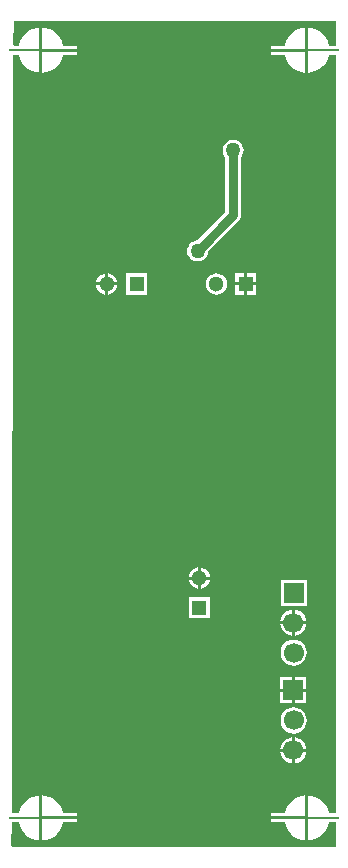
<source format=gbl>
G04*
G04 #@! TF.GenerationSoftware,Altium Limited,Altium Designer,19.0.15 (446)*
G04*
G04 Layer_Physical_Order=2*
G04 Layer_Color=16711680*
%FSLAX25Y25*%
%MOIN*%
G70*
G01*
G75*
%ADD25R,0.19685X0.05512*%
%ADD57C,0.03150*%
%ADD63R,0.21800X0.01000*%
%ADD64R,0.05118X0.05118*%
%ADD65C,0.05118*%
%ADD66R,0.06693X0.06693*%
%ADD67C,0.06693*%
%ADD68R,0.05118X0.05118*%
%ADD69C,0.02362*%
%ADD70C,0.05000*%
G36*
X344488Y473941D02*
X342024D01*
X341605Y475323D01*
X340909Y476626D01*
X339972Y477767D01*
X338830Y478704D01*
X337528Y479400D01*
X336115Y479829D01*
X335146Y479924D01*
Y472441D01*
Y464958D01*
X336115Y465053D01*
X337528Y465482D01*
X338830Y466178D01*
X339972Y467115D01*
X340909Y468256D01*
X341605Y469558D01*
X342024Y470941D01*
X344488D01*
Y218035D01*
X342024D01*
X341605Y219418D01*
X340909Y220720D01*
X339972Y221862D01*
X338830Y222798D01*
X337528Y223494D01*
X336115Y223923D01*
X335146Y224019D01*
Y216535D01*
Y209052D01*
X336115Y209148D01*
X337528Y209577D01*
X338830Y210273D01*
X339972Y211209D01*
X340909Y212351D01*
X341605Y213653D01*
X342024Y215035D01*
X344488D01*
Y206693D01*
X236575D01*
X236221Y207047D01*
X236241Y215035D01*
X238685D01*
X239104Y213653D01*
X239800Y212351D01*
X240737Y211209D01*
X241878Y210273D01*
X243180Y209577D01*
X244594Y209148D01*
X245563Y209052D01*
Y216535D01*
Y224019D01*
X244594Y223923D01*
X243180Y223494D01*
X241878Y222798D01*
X240737Y221862D01*
X239800Y220720D01*
X239104Y219418D01*
X238685Y218035D01*
X236603D01*
X236249Y218389D01*
X236877Y470941D01*
X238685D01*
X239104Y469558D01*
X239800Y468256D01*
X240737Y467115D01*
X241878Y466178D01*
X243180Y465482D01*
X244594Y465053D01*
X245563Y464958D01*
Y472441D01*
Y479924D01*
X244594Y479829D01*
X243180Y479400D01*
X241878Y478704D01*
X240737Y477767D01*
X239800Y476626D01*
X239104Y475323D01*
X238685Y473941D01*
X237239D01*
X236886Y474295D01*
X236906Y482283D01*
X344488D01*
Y473941D01*
D02*
G37*
%LPC*%
G36*
X334146Y479924D02*
X333176Y479829D01*
X331763Y479400D01*
X330461Y478704D01*
X329320Y477767D01*
X328383Y476626D01*
X327687Y475323D01*
X327267Y473941D01*
X322746D01*
Y472941D01*
X334146D01*
Y479924D01*
D02*
G37*
G36*
X246563D02*
Y472941D01*
X257963D01*
Y473941D01*
X253441D01*
X253022Y475323D01*
X252326Y476626D01*
X251389Y477767D01*
X250248Y478704D01*
X248945Y479400D01*
X247533Y479829D01*
X246563Y479924D01*
D02*
G37*
G36*
X334146Y471941D02*
X322746D01*
Y470941D01*
X327267D01*
X327687Y469558D01*
X328383Y468256D01*
X329320Y467115D01*
X330461Y466178D01*
X331763Y465482D01*
X333176Y465053D01*
X334146Y464958D01*
Y471941D01*
D02*
G37*
G36*
X257963D02*
X246563D01*
Y464958D01*
X247533Y465053D01*
X248945Y465482D01*
X250248Y466178D01*
X251389Y467115D01*
X252326Y468256D01*
X253022Y469558D01*
X253441Y470941D01*
X257963D01*
Y471941D01*
D02*
G37*
G36*
X310118Y442541D02*
X309204Y442420D01*
X308353Y442068D01*
X307622Y441507D01*
X307061Y440775D01*
X306708Y439924D01*
X306588Y439010D01*
X306708Y438097D01*
X307061Y437245D01*
X307521Y436646D01*
Y418477D01*
X298054Y409010D01*
X297386Y408922D01*
X296534Y408569D01*
X295803Y408008D01*
X295242Y407277D01*
X294889Y406426D01*
X294769Y405512D01*
X294889Y404598D01*
X295242Y403747D01*
X295803Y403016D01*
X296534Y402455D01*
X297386Y402102D01*
X298299Y401982D01*
X299213Y402102D01*
X300064Y402455D01*
X300795Y403016D01*
X301356Y403747D01*
X301709Y404598D01*
X301818Y405429D01*
X311954Y415565D01*
X312367Y416103D01*
X312627Y416729D01*
X312715Y417402D01*
Y436646D01*
X313175Y437245D01*
X313528Y438097D01*
X313648Y439010D01*
X313528Y439924D01*
X313175Y440775D01*
X312614Y441507D01*
X311883Y442068D01*
X311032Y442420D01*
X310118Y442541D01*
D02*
G37*
G36*
X317824Y398047D02*
X314765D01*
Y394988D01*
X317824D01*
Y398047D01*
D02*
G37*
G36*
X313765D02*
X310706D01*
Y394988D01*
X313765D01*
Y398047D01*
D02*
G37*
G36*
X268506Y398012D02*
Y394988D01*
X271529D01*
X271473Y395417D01*
X271114Y396283D01*
X270544Y397026D01*
X269800Y397597D01*
X268935Y397956D01*
X268506Y398012D01*
D02*
G37*
G36*
X267506D02*
X267076Y397956D01*
X266211Y397597D01*
X265467Y397026D01*
X264897Y396283D01*
X264538Y395417D01*
X264482Y394988D01*
X267506D01*
Y398012D01*
D02*
G37*
G36*
X271529Y393988D02*
X268506D01*
Y390964D01*
X268935Y391021D01*
X269800Y391379D01*
X270544Y391950D01*
X271114Y392693D01*
X271473Y393559D01*
X271529Y393988D01*
D02*
G37*
G36*
X267506D02*
X264482D01*
X264538Y393559D01*
X264897Y392693D01*
X265467Y391950D01*
X266211Y391379D01*
X267076Y391021D01*
X267506Y390964D01*
Y393988D01*
D02*
G37*
G36*
X317824Y393988D02*
X314765D01*
Y390929D01*
X317824D01*
Y393988D01*
D02*
G37*
G36*
X313765D02*
X310706D01*
Y390929D01*
X313765D01*
Y393988D01*
D02*
G37*
G36*
X281512Y398047D02*
X274394D01*
Y390929D01*
X281512D01*
Y398047D01*
D02*
G37*
G36*
X304528Y398078D02*
X303598Y397956D01*
X302733Y397597D01*
X301989Y397026D01*
X301419Y396283D01*
X301060Y395417D01*
X300938Y394488D01*
X301060Y393559D01*
X301419Y392693D01*
X301989Y391950D01*
X302733Y391379D01*
X303598Y391021D01*
X304528Y390898D01*
X305457Y391021D01*
X306322Y391379D01*
X307066Y391950D01*
X307636Y392693D01*
X307995Y393559D01*
X308117Y394488D01*
X307995Y395417D01*
X307636Y396283D01*
X307066Y397026D01*
X306322Y397597D01*
X305457Y397956D01*
X304528Y398078D01*
D02*
G37*
G36*
X299319Y299981D02*
Y296957D01*
X302343D01*
X302286Y297386D01*
X301928Y298252D01*
X301357Y298995D01*
X300614Y299566D01*
X299748Y299924D01*
X299319Y299981D01*
D02*
G37*
G36*
X298319D02*
X297890Y299924D01*
X297024Y299566D01*
X296281Y298995D01*
X295710Y298252D01*
X295352Y297386D01*
X295295Y296957D01*
X298319D01*
Y299981D01*
D02*
G37*
G36*
X302343Y295957D02*
X299319D01*
Y292933D01*
X299748Y292989D01*
X300614Y293348D01*
X301357Y293918D01*
X301928Y294662D01*
X302286Y295528D01*
X302343Y295957D01*
D02*
G37*
G36*
X298319D02*
X295295D01*
X295352Y295528D01*
X295710Y294662D01*
X296281Y293918D01*
X297024Y293348D01*
X297890Y292989D01*
X298319Y292933D01*
Y295957D01*
D02*
G37*
G36*
X334664Y295882D02*
X325971D01*
Y287189D01*
X334664D01*
Y295882D01*
D02*
G37*
G36*
X302378Y290173D02*
X295260D01*
Y283055D01*
X302378D01*
Y290173D01*
D02*
G37*
G36*
X330713Y285854D02*
Y282035D01*
X334531D01*
X334447Y282670D01*
X334009Y283727D01*
X333313Y284635D01*
X332405Y285332D01*
X331347Y285770D01*
X330713Y285854D01*
D02*
G37*
G36*
X329713D02*
X329078Y285770D01*
X328021Y285332D01*
X327113Y284635D01*
X326416Y283727D01*
X325978Y282670D01*
X325894Y282035D01*
X329713D01*
Y285854D01*
D02*
G37*
G36*
X334531Y281035D02*
X330713D01*
Y277217D01*
X331347Y277301D01*
X332405Y277739D01*
X333313Y278435D01*
X334009Y279344D01*
X334447Y280401D01*
X334531Y281035D01*
D02*
G37*
G36*
X329713D02*
X325894D01*
X325978Y280401D01*
X326416Y279344D01*
X327113Y278435D01*
X328021Y277739D01*
X329078Y277301D01*
X329713Y277217D01*
Y281035D01*
D02*
G37*
G36*
X330317Y275919D02*
X329183Y275770D01*
X328125Y275332D01*
X327217Y274635D01*
X326521Y273727D01*
X326083Y272670D01*
X325933Y271535D01*
X326083Y270401D01*
X326521Y269343D01*
X327217Y268436D01*
X328125Y267739D01*
X329183Y267301D01*
X330317Y267151D01*
X331452Y267301D01*
X332509Y267739D01*
X333417Y268436D01*
X334114Y269343D01*
X334552Y270401D01*
X334701Y271535D01*
X334552Y272670D01*
X334114Y273727D01*
X333417Y274635D01*
X332509Y275332D01*
X331452Y275770D01*
X330317Y275919D01*
D02*
G37*
G36*
X334559Y263362D02*
X330713D01*
Y259516D01*
X334559D01*
Y263362D01*
D02*
G37*
G36*
X329713D02*
X325866D01*
Y259516D01*
X329713D01*
Y263362D01*
D02*
G37*
G36*
X334559Y258516D02*
X330713D01*
Y254669D01*
X334559D01*
Y258516D01*
D02*
G37*
G36*
X329713D02*
X325866D01*
Y254669D01*
X329713D01*
Y258516D01*
D02*
G37*
G36*
X330317Y253400D02*
X329183Y253250D01*
X328125Y252812D01*
X327217Y252116D01*
X326521Y251208D01*
X326083Y250150D01*
X325933Y249016D01*
X326083Y247881D01*
X326521Y246824D01*
X327217Y245916D01*
X328125Y245219D01*
X329183Y244781D01*
X330317Y244632D01*
X331452Y244781D01*
X332509Y245219D01*
X333417Y245916D01*
X334114Y246824D01*
X334552Y247881D01*
X334701Y249016D01*
X334552Y250150D01*
X334114Y251208D01*
X333417Y252116D01*
X332509Y252812D01*
X331452Y253250D01*
X330317Y253400D01*
D02*
G37*
G36*
X330713Y243334D02*
Y239516D01*
X334531D01*
X334447Y240150D01*
X334009Y241208D01*
X333313Y242116D01*
X332405Y242812D01*
X331347Y243250D01*
X330713Y243334D01*
D02*
G37*
G36*
X329713D02*
X329078Y243250D01*
X328021Y242812D01*
X327113Y242116D01*
X326416Y241208D01*
X325978Y240150D01*
X325894Y239516D01*
X329713D01*
Y243334D01*
D02*
G37*
G36*
Y238516D02*
X325894D01*
X325978Y237881D01*
X326416Y236824D01*
X327113Y235916D01*
X328021Y235219D01*
X329078Y234781D01*
X329713Y234698D01*
Y238516D01*
D02*
G37*
G36*
X334531D02*
X330713D01*
Y234698D01*
X331347Y234781D01*
X332405Y235219D01*
X333313Y235916D01*
X334009Y236824D01*
X334447Y237881D01*
X334531Y238516D01*
D02*
G37*
G36*
X334146Y224019D02*
X333176Y223923D01*
X331763Y223494D01*
X330461Y222798D01*
X329320Y221862D01*
X328383Y220720D01*
X327687Y219418D01*
X327267Y218035D01*
X322746D01*
Y217035D01*
X334146D01*
Y224019D01*
D02*
G37*
G36*
X246563D02*
Y217035D01*
X257963D01*
Y218035D01*
X253441D01*
X253022Y219418D01*
X252326Y220720D01*
X251389Y221862D01*
X250248Y222798D01*
X248945Y223494D01*
X247533Y223923D01*
X246563Y224019D01*
D02*
G37*
G36*
X334146Y216035D02*
X322746D01*
Y215035D01*
X327267D01*
X327687Y213653D01*
X328383Y212351D01*
X329320Y211209D01*
X330461Y210273D01*
X331763Y209577D01*
X333176Y209148D01*
X334146Y209052D01*
Y216035D01*
D02*
G37*
G36*
X257963D02*
X246563D01*
Y209052D01*
X247533Y209148D01*
X248945Y209577D01*
X250248Y210273D01*
X251389Y211209D01*
X252326Y212351D01*
X253022Y213653D01*
X253441Y215035D01*
X257963D01*
Y216035D01*
D02*
G37*
%LPD*%
D25*
X334357Y437992D02*
D03*
Y404528D02*
D03*
X246561D02*
D03*
Y437992D02*
D03*
D57*
X298299Y405512D02*
Y405583D01*
X310118Y417402D01*
Y439010D01*
D63*
X246063Y216535D02*
D03*
X334646D02*
D03*
Y472441D02*
D03*
X246063D02*
D03*
D64*
X277953Y394488D02*
D03*
X314265Y394488D02*
D03*
D65*
X268005Y394488D02*
D03*
X304528Y394488D02*
D03*
X298819Y296457D02*
D03*
D66*
X330317Y291535D02*
D03*
X330213Y259016D02*
D03*
D67*
X330213Y281535D02*
D03*
X330317Y271535D02*
D03*
X330317Y249016D02*
D03*
X330213Y239016D02*
D03*
D68*
X298819Y286614D02*
D03*
D69*
X256299Y369291D02*
D03*
X339370Y227953D02*
D03*
X323228Y227165D02*
D03*
X318110Y221260D02*
D03*
Y229528D02*
D03*
X294882Y261417D02*
D03*
X310952Y243701D02*
D03*
X296327Y254724D02*
D03*
X240551Y263386D02*
D03*
X246457Y259016D02*
D03*
X240551Y249035D02*
D03*
X241339Y228346D02*
D03*
X253937D02*
D03*
X277953Y228483D02*
D03*
X267323Y228346D02*
D03*
X273622Y268110D02*
D03*
X275984Y275984D02*
D03*
X270866D02*
D03*
X268898Y239626D02*
D03*
X271260Y238189D02*
D03*
Y241339D02*
D03*
X311417Y233858D02*
D03*
X307500D02*
D03*
X301575Y233465D02*
D03*
X297244D02*
D03*
X291339D02*
D03*
X287402D02*
D03*
X341732Y311417D02*
D03*
Y307480D02*
D03*
Y314173D02*
D03*
X291339Y275591D02*
D03*
X295276Y267717D02*
D03*
X338583Y385827D02*
D03*
X334646Y456693D02*
D03*
Y393701D02*
D03*
X330709Y385827D02*
D03*
X334646Y377953D02*
D03*
X322835Y464567D02*
D03*
X326772Y456693D02*
D03*
X322835Y448819D02*
D03*
Y385827D02*
D03*
X326772Y377953D02*
D03*
X322835Y370079D02*
D03*
X326772Y362205D02*
D03*
X322835Y307087D02*
D03*
X314961Y464567D02*
D03*
X318898Y456693D02*
D03*
X314961Y448819D02*
D03*
X318898Y377953D02*
D03*
X314961Y370079D02*
D03*
X318898Y362205D02*
D03*
X314961Y244095D02*
D03*
X311024Y472441D02*
D03*
X307087Y464567D02*
D03*
X311024Y456693D02*
D03*
Y283465D02*
D03*
Y251969D02*
D03*
X303150Y472441D02*
D03*
X299213Y464567D02*
D03*
X303150Y456693D02*
D03*
X299213Y354331D02*
D03*
X303150Y346457D02*
D03*
X295276Y472441D02*
D03*
X291339Y464567D02*
D03*
X295276Y456693D02*
D03*
X291339Y370079D02*
D03*
X295276Y362205D02*
D03*
X291339Y354331D02*
D03*
X295276Y346457D02*
D03*
X291339Y307087D02*
D03*
Y212598D02*
D03*
X287402Y472441D02*
D03*
X283465Y464567D02*
D03*
X287402Y456693D02*
D03*
X283465Y370079D02*
D03*
X287402Y362205D02*
D03*
X283465Y354331D02*
D03*
X287402Y346457D02*
D03*
X283465Y291339D02*
D03*
X287402Y220473D02*
D03*
X283465Y212598D02*
D03*
X279528Y472441D02*
D03*
X275591Y464567D02*
D03*
X279528Y456693D02*
D03*
X275591Y448819D02*
D03*
X279528Y362205D02*
D03*
X275591Y354331D02*
D03*
X279528Y346457D02*
D03*
X275591Y338583D02*
D03*
Y291339D02*
D03*
X279528Y283465D02*
D03*
Y220473D02*
D03*
X275591Y212598D02*
D03*
X271654Y472441D02*
D03*
X267717Y464567D02*
D03*
X271654Y456693D02*
D03*
X267717Y448819D02*
D03*
X271654Y440945D02*
D03*
X267717Y385827D02*
D03*
Y354331D02*
D03*
X271654Y346457D02*
D03*
Y330709D02*
D03*
Y299213D02*
D03*
X267717Y291339D02*
D03*
X271654Y283465D02*
D03*
Y220473D02*
D03*
X267717Y212598D02*
D03*
X263780Y472441D02*
D03*
X259843Y464567D02*
D03*
X263780Y456693D02*
D03*
X259843Y448819D02*
D03*
Y385827D02*
D03*
X263780Y377953D02*
D03*
Y346457D02*
D03*
Y299213D02*
D03*
X259843Y291339D02*
D03*
X263780Y283465D02*
D03*
X259843Y275591D02*
D03*
X263780Y220473D02*
D03*
X255906Y456693D02*
D03*
X251969Y448819D02*
D03*
X255906Y393701D02*
D03*
X251969Y385827D02*
D03*
X255906Y377953D02*
D03*
Y299213D02*
D03*
X251969Y291339D02*
D03*
X255906Y283465D02*
D03*
X251969Y275591D02*
D03*
X255906Y267717D02*
D03*
X248032Y456693D02*
D03*
X244095Y448819D02*
D03*
X248032Y393701D02*
D03*
X244095Y385827D02*
D03*
X248032Y377953D02*
D03*
Y299213D02*
D03*
X244095Y291339D02*
D03*
X248032Y283465D02*
D03*
X244095Y275591D02*
D03*
X248032Y267717D02*
D03*
X317323Y330251D02*
D03*
X289306Y337008D02*
D03*
Y379125D02*
D03*
X317717Y413779D02*
D03*
X317323Y428740D02*
D03*
Y432677D02*
D03*
X292913Y422441D02*
D03*
X284294Y414173D02*
D03*
X277953D02*
D03*
X248031Y365354D02*
D03*
X239764Y334252D02*
D03*
Y331102D02*
D03*
X240158Y324410D02*
D03*
Y321654D02*
D03*
Y318110D02*
D03*
Y315354D02*
D03*
X239764Y311024D02*
D03*
Y307874D02*
D03*
X303937Y257874D02*
D03*
X301181D02*
D03*
X341732Y304724D02*
D03*
Y318110D02*
D03*
Y320866D02*
D03*
Y324803D02*
D03*
Y327559D02*
D03*
X342126Y333858D02*
D03*
Y337008D02*
D03*
X340945Y358925D02*
D03*
X340551Y400000D02*
D03*
X328346Y400394D02*
D03*
Y442520D02*
D03*
X340551D02*
D03*
Y433858D02*
D03*
X328346D02*
D03*
X340551Y408661D02*
D03*
X328346D02*
D03*
X322835Y404331D02*
D03*
Y437795D02*
D03*
X252362Y409055D02*
D03*
X239764D02*
D03*
X252756Y433465D02*
D03*
X239370D02*
D03*
X257874Y437992D02*
D03*
X258268Y404724D02*
D03*
X290158Y422441D02*
D03*
X287008Y414173D02*
D03*
X281890Y420079D02*
D03*
X280709Y414173D02*
D03*
X317323Y435433D02*
D03*
X320079Y434106D02*
D03*
X317717Y416929D02*
D03*
X317323Y425984D02*
D03*
X304331Y417457D02*
D03*
X304528Y424346D02*
D03*
D70*
X298299Y405512D02*
D03*
X310118Y439010D02*
D03*
M02*

</source>
